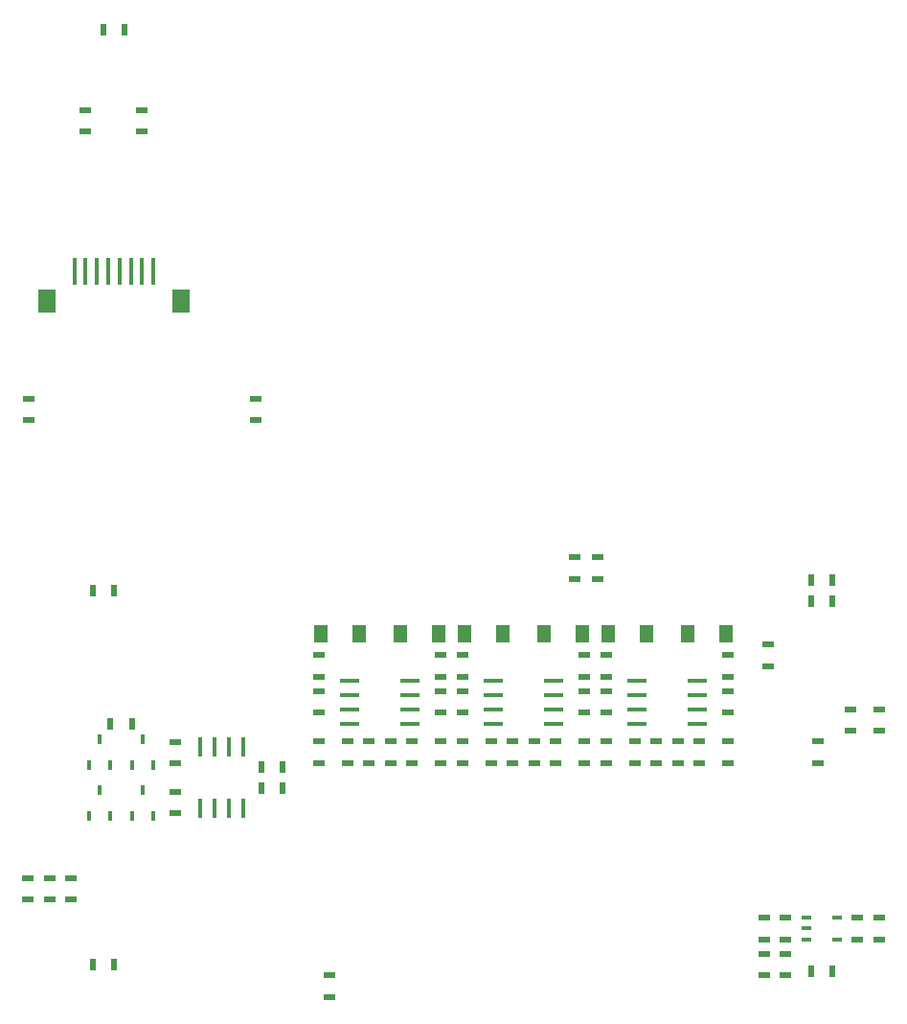
<source format=gbr>
G04 DipTrace 3.2.0.1*
G04 Íèæíÿÿï.ìàñêà.gbr*
%MOIN*%
G04 #@! TF.FileFunction,Paste,Bot*
G04 #@! TF.Part,Single*
%ADD76R,0.015748X0.094488*%
%ADD78R,0.062992X0.07874*%
%ADD83R,0.017717X0.033465*%
%ADD86R,0.047244X0.062992*%
%ADD103R,0.035433X0.015748*%
%ADD105R,0.070866X0.015748*%
%ADD107R,0.015748X0.070866*%
%ADD111R,0.043307X0.019685*%
%ADD114R,0.019685X0.043307*%
%FSLAX26Y26*%
G04*
G70*
G90*
G75*
G01*
G04 BotPaste*
%LPD*%
D114*
X775492Y1053642D3*
X850295D3*
X712992Y1516142D3*
X787795D3*
Y216142D3*
X712992D3*
D111*
X637894Y441240D3*
Y516043D3*
X3062894Y1253740D3*
Y1328543D3*
X1537894Y103740D3*
Y178543D3*
X3237894Y991043D3*
Y916240D3*
D114*
X3212992Y191142D3*
X3287795D3*
D107*
X1088042Y971997D3*
X1138042D3*
X1188042D3*
X1238042D3*
Y759399D3*
X1188042D3*
X1138042D3*
X1088042D3*
D105*
X1819193Y1203642D3*
Y1153642D3*
Y1103642D3*
Y1053642D3*
X1606594D3*
Y1103642D3*
Y1153642D3*
Y1203642D3*
X2319193D3*
Y1153642D3*
Y1103642D3*
Y1053642D3*
X2106594D3*
Y1103642D3*
Y1153642D3*
Y1203642D3*
D103*
X3197244Y303740D3*
Y341142D3*
Y378543D3*
X3303543D3*
Y303740D3*
D105*
X2819193Y1203642D3*
Y1153642D3*
Y1103642D3*
Y1053642D3*
X2606594D3*
Y1103642D3*
Y1153642D3*
Y1203642D3*
D114*
X1300492Y828642D3*
X1375295D3*
D111*
X1000541Y915798D3*
Y990601D3*
D114*
X1375295Y903642D3*
X1300492D3*
D111*
X1500394Y916240D3*
Y991043D3*
D114*
X3212992Y1553642D3*
X3287795D3*
D111*
X1600394Y991043D3*
Y916240D3*
X1500394Y1216240D3*
Y1291043D3*
X492126Y2183071D3*
Y2108268D3*
X1279528Y2183071D3*
Y2108268D3*
X688976Y3112205D3*
Y3187008D3*
X885827Y3112205D3*
Y3187008D3*
D114*
X750000Y3464567D3*
X824803D3*
D111*
X1000541Y740797D3*
Y815600D3*
X1675394Y916240D3*
Y991043D3*
X1500394Y1091240D3*
Y1166043D3*
X1750394Y916240D3*
Y991043D3*
X562894Y441240D3*
Y516043D3*
X487894Y441240D3*
Y516043D3*
X1825394Y991043D3*
Y916240D3*
X1925394Y1216240D3*
Y1291043D3*
X2470472Y1631890D3*
Y1557087D3*
X2391732Y1631890D3*
Y1557087D3*
D114*
X3212992Y1478642D3*
X3287795D3*
D111*
X1925394Y916240D3*
Y991043D3*
Y1091240D3*
Y1166043D3*
X2000394Y916240D3*
Y991043D3*
X2100394D3*
Y916240D3*
X2000394Y1216240D3*
Y1291043D3*
X2175394Y916240D3*
Y991043D3*
X2000394Y1091240D3*
Y1166043D3*
X2250394Y916240D3*
Y991043D3*
X3050394Y303740D3*
Y378543D3*
Y178740D3*
Y253543D3*
X2325394Y991043D3*
Y916240D3*
X2425394Y1216240D3*
Y1291043D3*
X3375394Y303740D3*
Y378543D3*
X3125394D3*
Y303740D3*
Y178740D3*
Y253543D3*
X2425394Y916240D3*
Y991043D3*
Y1091240D3*
Y1166043D3*
X2500394Y916240D3*
Y991043D3*
X3450394Y378543D3*
Y303740D3*
X2600394Y991043D3*
Y916240D3*
X2500394Y1216240D3*
Y1291043D3*
X3450394Y1103543D3*
Y1028740D3*
X2675394Y916240D3*
Y991043D3*
X2500394Y1091240D3*
Y1166043D3*
X3350394Y1103543D3*
Y1028740D3*
X2750394Y916240D3*
Y991043D3*
X2825394D3*
Y916240D3*
X2925394Y1216240D3*
Y1291043D3*
Y916240D3*
Y991043D3*
Y1091240D3*
Y1166043D3*
D86*
X1508465Y1366142D3*
X1642323D3*
X1917323D3*
X1783465D3*
X2008465D3*
X2142323D3*
X2417323D3*
X2283465D3*
X2508465D3*
X2642323D3*
X2917323D3*
X2783465D3*
D83*
X925295Y908366D3*
X850492D3*
X887894Y998917D3*
X775295Y908366D3*
X700492D3*
X737894Y998917D3*
X925442Y732923D3*
X850639D3*
X888041Y823474D3*
X775444Y732923D3*
X700640D3*
X738042Y823474D3*
D78*
X1019685Y2523622D3*
D76*
X925197Y2625984D3*
X885827D3*
X846457D3*
X807087D3*
X767717D3*
X728346D3*
X688976D3*
X649606D3*
D78*
X555118Y2523622D3*
M02*

</source>
